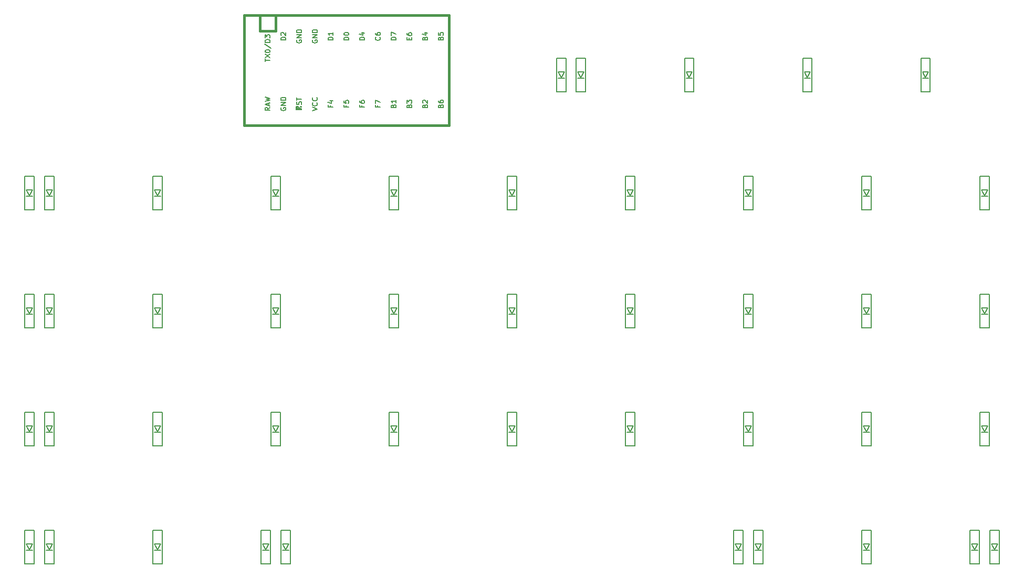
<source format=gto>
G04 #@! TF.GenerationSoftware,KiCad,Pcbnew,(5.1.4)-1*
G04 #@! TF.CreationDate,2021-09-01T12:45:02-10:00*
G04 #@! TF.ProjectId,oya45,6f796134-352e-46b6-9963-61645f706362,rev?*
G04 #@! TF.SameCoordinates,Original*
G04 #@! TF.FileFunction,Legend,Top*
G04 #@! TF.FilePolarity,Positive*
%FSLAX46Y46*%
G04 Gerber Fmt 4.6, Leading zero omitted, Abs format (unit mm)*
G04 Created by KiCad (PCBNEW (5.1.4)-1) date 2021-09-01 12:45:02*
%MOMM*%
%LPD*%
G04 APERTURE LIST*
%ADD10C,0.150000*%
%ADD11C,0.381000*%
%ADD12C,1.852000*%
%ADD13C,2.352000*%
%ADD14C,4.089800*%
%ADD15R,1.102000X1.502000*%
%ADD16R,1.854600X1.854600*%
%ADD17C,1.854600*%
%ADD18C,3.150000*%
G04 APERTURE END LIST*
D10*
X210300000Y-41593750D02*
X210300000Y-36193750D01*
X208800000Y-36193750D02*
X208800000Y-41593750D01*
X208800000Y-41593750D02*
X210300000Y-41593750D01*
X208800000Y-36193750D02*
X210300000Y-36193750D01*
X209050000Y-38393750D02*
X210050000Y-38393750D01*
X210050000Y-38393750D02*
X209550000Y-39293750D01*
X209550000Y-39293750D02*
X209050000Y-38393750D01*
X209050000Y-39393750D02*
X210050000Y-39393750D01*
X191250000Y-41593750D02*
X191250000Y-36193750D01*
X189750000Y-36193750D02*
X189750000Y-41593750D01*
X189750000Y-41593750D02*
X191250000Y-41593750D01*
X189750000Y-36193750D02*
X191250000Y-36193750D01*
X190000000Y-38393750D02*
X191000000Y-38393750D01*
X191000000Y-38393750D02*
X190500000Y-39293750D01*
X190500000Y-39293750D02*
X190000000Y-38393750D01*
X190000000Y-39393750D02*
X191000000Y-39393750D01*
X172200000Y-41593750D02*
X172200000Y-36193750D01*
X170700000Y-36193750D02*
X170700000Y-41593750D01*
X170700000Y-41593750D02*
X172200000Y-41593750D01*
X170700000Y-36193750D02*
X172200000Y-36193750D01*
X170950000Y-38393750D02*
X171950000Y-38393750D01*
X171950000Y-38393750D02*
X171450000Y-39293750D01*
X171450000Y-39293750D02*
X170950000Y-38393750D01*
X170950000Y-39393750D02*
X171950000Y-39393750D01*
X154737500Y-41593750D02*
X154737500Y-36193750D01*
X153237500Y-36193750D02*
X153237500Y-41593750D01*
X153237500Y-41593750D02*
X154737500Y-41593750D01*
X153237500Y-36193750D02*
X154737500Y-36193750D01*
X153487500Y-38393750D02*
X154487500Y-38393750D01*
X154487500Y-38393750D02*
X153987500Y-39293750D01*
X153987500Y-39293750D02*
X153487500Y-38393750D01*
X153487500Y-39393750D02*
X154487500Y-39393750D01*
X151562500Y-41593750D02*
X151562500Y-36193750D01*
X150062500Y-36193750D02*
X150062500Y-41593750D01*
X150062500Y-41593750D02*
X151562500Y-41593750D01*
X150062500Y-36193750D02*
X151562500Y-36193750D01*
X150312500Y-38393750D02*
X151312500Y-38393750D01*
X151312500Y-38393750D02*
X150812500Y-39293750D01*
X150812500Y-39293750D02*
X150312500Y-38393750D01*
X150312500Y-39393750D02*
X151312500Y-39393750D01*
X221412500Y-117793750D02*
X221412500Y-112393750D01*
X219912500Y-112393750D02*
X219912500Y-117793750D01*
X219912500Y-117793750D02*
X221412500Y-117793750D01*
X219912500Y-112393750D02*
X221412500Y-112393750D01*
X220162500Y-114593750D02*
X221162500Y-114593750D01*
X221162500Y-114593750D02*
X220662500Y-115493750D01*
X220662500Y-115493750D02*
X220162500Y-114593750D01*
X220162500Y-115593750D02*
X221162500Y-115593750D01*
X216987500Y-115593750D02*
X217987500Y-115593750D01*
X217487500Y-115493750D02*
X216987500Y-114593750D01*
X217987500Y-114593750D02*
X217487500Y-115493750D01*
X216987500Y-114593750D02*
X217987500Y-114593750D01*
X216737500Y-112393750D02*
X218237500Y-112393750D01*
X216737500Y-117793750D02*
X218237500Y-117793750D01*
X216737500Y-112393750D02*
X216737500Y-117793750D01*
X218237500Y-117793750D02*
X218237500Y-112393750D01*
X200775000Y-117793750D02*
X200775000Y-112393750D01*
X199275000Y-112393750D02*
X199275000Y-117793750D01*
X199275000Y-117793750D02*
X200775000Y-117793750D01*
X199275000Y-112393750D02*
X200775000Y-112393750D01*
X199525000Y-114593750D02*
X200525000Y-114593750D01*
X200525000Y-114593750D02*
X200025000Y-115493750D01*
X200025000Y-115493750D02*
X199525000Y-114593750D01*
X199525000Y-115593750D02*
X200525000Y-115593750D01*
X183312500Y-117793750D02*
X183312500Y-112393750D01*
X181812500Y-112393750D02*
X181812500Y-117793750D01*
X181812500Y-117793750D02*
X183312500Y-117793750D01*
X181812500Y-112393750D02*
X183312500Y-112393750D01*
X182062500Y-114593750D02*
X183062500Y-114593750D01*
X183062500Y-114593750D02*
X182562500Y-115493750D01*
X182562500Y-115493750D02*
X182062500Y-114593750D01*
X182062500Y-115593750D02*
X183062500Y-115593750D01*
X180137500Y-117793750D02*
X180137500Y-112393750D01*
X178637500Y-112393750D02*
X178637500Y-117793750D01*
X178637500Y-117793750D02*
X180137500Y-117793750D01*
X178637500Y-112393750D02*
X180137500Y-112393750D01*
X178887500Y-114593750D02*
X179887500Y-114593750D01*
X179887500Y-114593750D02*
X179387500Y-115493750D01*
X179387500Y-115493750D02*
X178887500Y-114593750D01*
X178887500Y-115593750D02*
X179887500Y-115593750D01*
X107112500Y-117793750D02*
X107112500Y-112393750D01*
X105612500Y-112393750D02*
X105612500Y-117793750D01*
X105612500Y-117793750D02*
X107112500Y-117793750D01*
X105612500Y-112393750D02*
X107112500Y-112393750D01*
X105862500Y-114593750D02*
X106862500Y-114593750D01*
X106862500Y-114593750D02*
X106362500Y-115493750D01*
X106362500Y-115493750D02*
X105862500Y-114593750D01*
X105862500Y-115593750D02*
X106862500Y-115593750D01*
X103937500Y-117793750D02*
X103937500Y-112393750D01*
X102437500Y-112393750D02*
X102437500Y-117793750D01*
X102437500Y-117793750D02*
X103937500Y-117793750D01*
X102437500Y-112393750D02*
X103937500Y-112393750D01*
X102687500Y-114593750D02*
X103687500Y-114593750D01*
X103687500Y-114593750D02*
X103187500Y-115493750D01*
X103187500Y-115493750D02*
X102687500Y-114593750D01*
X102687500Y-115593750D02*
X103687500Y-115593750D01*
X86475000Y-117793750D02*
X86475000Y-112393750D01*
X84975000Y-112393750D02*
X84975000Y-117793750D01*
X84975000Y-117793750D02*
X86475000Y-117793750D01*
X84975000Y-112393750D02*
X86475000Y-112393750D01*
X85225000Y-114593750D02*
X86225000Y-114593750D01*
X86225000Y-114593750D02*
X85725000Y-115493750D01*
X85725000Y-115493750D02*
X85225000Y-114593750D01*
X85225000Y-115593750D02*
X86225000Y-115593750D01*
X69012500Y-117793750D02*
X69012500Y-112393750D01*
X67512500Y-112393750D02*
X67512500Y-117793750D01*
X67512500Y-117793750D02*
X69012500Y-117793750D01*
X67512500Y-112393750D02*
X69012500Y-112393750D01*
X67762500Y-114593750D02*
X68762500Y-114593750D01*
X68762500Y-114593750D02*
X68262500Y-115493750D01*
X68262500Y-115493750D02*
X67762500Y-114593750D01*
X67762500Y-115593750D02*
X68762500Y-115593750D01*
X65837500Y-117793750D02*
X65837500Y-112393750D01*
X64337500Y-112393750D02*
X64337500Y-117793750D01*
X64337500Y-117793750D02*
X65837500Y-117793750D01*
X64337500Y-112393750D02*
X65837500Y-112393750D01*
X64587500Y-114593750D02*
X65587500Y-114593750D01*
X65587500Y-114593750D02*
X65087500Y-115493750D01*
X65087500Y-115493750D02*
X64587500Y-114593750D01*
X64587500Y-115593750D02*
X65587500Y-115593750D01*
X219825000Y-98743750D02*
X219825000Y-93343750D01*
X218325000Y-93343750D02*
X218325000Y-98743750D01*
X218325000Y-98743750D02*
X219825000Y-98743750D01*
X218325000Y-93343750D02*
X219825000Y-93343750D01*
X218575000Y-95543750D02*
X219575000Y-95543750D01*
X219575000Y-95543750D02*
X219075000Y-96443750D01*
X219075000Y-96443750D02*
X218575000Y-95543750D01*
X218575000Y-96543750D02*
X219575000Y-96543750D01*
X200775000Y-98743750D02*
X200775000Y-93343750D01*
X199275000Y-93343750D02*
X199275000Y-98743750D01*
X199275000Y-98743750D02*
X200775000Y-98743750D01*
X199275000Y-93343750D02*
X200775000Y-93343750D01*
X199525000Y-95543750D02*
X200525000Y-95543750D01*
X200525000Y-95543750D02*
X200025000Y-96443750D01*
X200025000Y-96443750D02*
X199525000Y-95543750D01*
X199525000Y-96543750D02*
X200525000Y-96543750D01*
X181725000Y-98743750D02*
X181725000Y-93343750D01*
X180225000Y-93343750D02*
X180225000Y-98743750D01*
X180225000Y-98743750D02*
X181725000Y-98743750D01*
X180225000Y-93343750D02*
X181725000Y-93343750D01*
X180475000Y-95543750D02*
X181475000Y-95543750D01*
X181475000Y-95543750D02*
X180975000Y-96443750D01*
X180975000Y-96443750D02*
X180475000Y-95543750D01*
X180475000Y-96543750D02*
X181475000Y-96543750D01*
X162675000Y-98743750D02*
X162675000Y-93343750D01*
X161175000Y-93343750D02*
X161175000Y-98743750D01*
X161175000Y-98743750D02*
X162675000Y-98743750D01*
X161175000Y-93343750D02*
X162675000Y-93343750D01*
X161425000Y-95543750D02*
X162425000Y-95543750D01*
X162425000Y-95543750D02*
X161925000Y-96443750D01*
X161925000Y-96443750D02*
X161425000Y-95543750D01*
X161425000Y-96543750D02*
X162425000Y-96543750D01*
X143625000Y-98743750D02*
X143625000Y-93343750D01*
X142125000Y-93343750D02*
X142125000Y-98743750D01*
X142125000Y-98743750D02*
X143625000Y-98743750D01*
X142125000Y-93343750D02*
X143625000Y-93343750D01*
X142375000Y-95543750D02*
X143375000Y-95543750D01*
X143375000Y-95543750D02*
X142875000Y-96443750D01*
X142875000Y-96443750D02*
X142375000Y-95543750D01*
X142375000Y-96543750D02*
X143375000Y-96543750D01*
X124575000Y-98743750D02*
X124575000Y-93343750D01*
X123075000Y-93343750D02*
X123075000Y-98743750D01*
X123075000Y-98743750D02*
X124575000Y-98743750D01*
X123075000Y-93343750D02*
X124575000Y-93343750D01*
X123325000Y-95543750D02*
X124325000Y-95543750D01*
X124325000Y-95543750D02*
X123825000Y-96443750D01*
X123825000Y-96443750D02*
X123325000Y-95543750D01*
X123325000Y-96543750D02*
X124325000Y-96543750D01*
X105525000Y-98743750D02*
X105525000Y-93343750D01*
X104025000Y-93343750D02*
X104025000Y-98743750D01*
X104025000Y-98743750D02*
X105525000Y-98743750D01*
X104025000Y-93343750D02*
X105525000Y-93343750D01*
X104275000Y-95543750D02*
X105275000Y-95543750D01*
X105275000Y-95543750D02*
X104775000Y-96443750D01*
X104775000Y-96443750D02*
X104275000Y-95543750D01*
X104275000Y-96543750D02*
X105275000Y-96543750D01*
X86475000Y-98743750D02*
X86475000Y-93343750D01*
X84975000Y-93343750D02*
X84975000Y-98743750D01*
X84975000Y-98743750D02*
X86475000Y-98743750D01*
X84975000Y-93343750D02*
X86475000Y-93343750D01*
X85225000Y-95543750D02*
X86225000Y-95543750D01*
X86225000Y-95543750D02*
X85725000Y-96443750D01*
X85725000Y-96443750D02*
X85225000Y-95543750D01*
X85225000Y-96543750D02*
X86225000Y-96543750D01*
X69012500Y-98743750D02*
X69012500Y-93343750D01*
X67512500Y-93343750D02*
X67512500Y-98743750D01*
X67512500Y-98743750D02*
X69012500Y-98743750D01*
X67512500Y-93343750D02*
X69012500Y-93343750D01*
X67762500Y-95543750D02*
X68762500Y-95543750D01*
X68762500Y-95543750D02*
X68262500Y-96443750D01*
X68262500Y-96443750D02*
X67762500Y-95543750D01*
X67762500Y-96543750D02*
X68762500Y-96543750D01*
X65837500Y-98743750D02*
X65837500Y-93343750D01*
X64337500Y-93343750D02*
X64337500Y-98743750D01*
X64337500Y-98743750D02*
X65837500Y-98743750D01*
X64337500Y-93343750D02*
X65837500Y-93343750D01*
X64587500Y-95543750D02*
X65587500Y-95543750D01*
X65587500Y-95543750D02*
X65087500Y-96443750D01*
X65087500Y-96443750D02*
X64587500Y-95543750D01*
X64587500Y-96543750D02*
X65587500Y-96543750D01*
X219825000Y-79693750D02*
X219825000Y-74293750D01*
X218325000Y-74293750D02*
X218325000Y-79693750D01*
X218325000Y-79693750D02*
X219825000Y-79693750D01*
X218325000Y-74293750D02*
X219825000Y-74293750D01*
X218575000Y-76493750D02*
X219575000Y-76493750D01*
X219575000Y-76493750D02*
X219075000Y-77393750D01*
X219075000Y-77393750D02*
X218575000Y-76493750D01*
X218575000Y-77493750D02*
X219575000Y-77493750D01*
X200775000Y-79693750D02*
X200775000Y-74293750D01*
X199275000Y-74293750D02*
X199275000Y-79693750D01*
X199275000Y-79693750D02*
X200775000Y-79693750D01*
X199275000Y-74293750D02*
X200775000Y-74293750D01*
X199525000Y-76493750D02*
X200525000Y-76493750D01*
X200525000Y-76493750D02*
X200025000Y-77393750D01*
X200025000Y-77393750D02*
X199525000Y-76493750D01*
X199525000Y-77493750D02*
X200525000Y-77493750D01*
X181725000Y-79693750D02*
X181725000Y-74293750D01*
X180225000Y-74293750D02*
X180225000Y-79693750D01*
X180225000Y-79693750D02*
X181725000Y-79693750D01*
X180225000Y-74293750D02*
X181725000Y-74293750D01*
X180475000Y-76493750D02*
X181475000Y-76493750D01*
X181475000Y-76493750D02*
X180975000Y-77393750D01*
X180975000Y-77393750D02*
X180475000Y-76493750D01*
X180475000Y-77493750D02*
X181475000Y-77493750D01*
X162675000Y-79693750D02*
X162675000Y-74293750D01*
X161175000Y-74293750D02*
X161175000Y-79693750D01*
X161175000Y-79693750D02*
X162675000Y-79693750D01*
X161175000Y-74293750D02*
X162675000Y-74293750D01*
X161425000Y-76493750D02*
X162425000Y-76493750D01*
X162425000Y-76493750D02*
X161925000Y-77393750D01*
X161925000Y-77393750D02*
X161425000Y-76493750D01*
X161425000Y-77493750D02*
X162425000Y-77493750D01*
X143625000Y-79693750D02*
X143625000Y-74293750D01*
X142125000Y-74293750D02*
X142125000Y-79693750D01*
X142125000Y-79693750D02*
X143625000Y-79693750D01*
X142125000Y-74293750D02*
X143625000Y-74293750D01*
X142375000Y-76493750D02*
X143375000Y-76493750D01*
X143375000Y-76493750D02*
X142875000Y-77393750D01*
X142875000Y-77393750D02*
X142375000Y-76493750D01*
X142375000Y-77493750D02*
X143375000Y-77493750D01*
X124575000Y-79693750D02*
X124575000Y-74293750D01*
X123075000Y-74293750D02*
X123075000Y-79693750D01*
X123075000Y-79693750D02*
X124575000Y-79693750D01*
X123075000Y-74293750D02*
X124575000Y-74293750D01*
X123325000Y-76493750D02*
X124325000Y-76493750D01*
X124325000Y-76493750D02*
X123825000Y-77393750D01*
X123825000Y-77393750D02*
X123325000Y-76493750D01*
X123325000Y-77493750D02*
X124325000Y-77493750D01*
X105525000Y-79693750D02*
X105525000Y-74293750D01*
X104025000Y-74293750D02*
X104025000Y-79693750D01*
X104025000Y-79693750D02*
X105525000Y-79693750D01*
X104025000Y-74293750D02*
X105525000Y-74293750D01*
X104275000Y-76493750D02*
X105275000Y-76493750D01*
X105275000Y-76493750D02*
X104775000Y-77393750D01*
X104775000Y-77393750D02*
X104275000Y-76493750D01*
X104275000Y-77493750D02*
X105275000Y-77493750D01*
X86475000Y-79693750D02*
X86475000Y-74293750D01*
X84975000Y-74293750D02*
X84975000Y-79693750D01*
X84975000Y-79693750D02*
X86475000Y-79693750D01*
X84975000Y-74293750D02*
X86475000Y-74293750D01*
X85225000Y-76493750D02*
X86225000Y-76493750D01*
X86225000Y-76493750D02*
X85725000Y-77393750D01*
X85725000Y-77393750D02*
X85225000Y-76493750D01*
X85225000Y-77493750D02*
X86225000Y-77493750D01*
X69012500Y-79693750D02*
X69012500Y-74293750D01*
X67512500Y-74293750D02*
X67512500Y-79693750D01*
X67512500Y-79693750D02*
X69012500Y-79693750D01*
X67512500Y-74293750D02*
X69012500Y-74293750D01*
X67762500Y-76493750D02*
X68762500Y-76493750D01*
X68762500Y-76493750D02*
X68262500Y-77393750D01*
X68262500Y-77393750D02*
X67762500Y-76493750D01*
X67762500Y-77493750D02*
X68762500Y-77493750D01*
X65837500Y-79693750D02*
X65837500Y-74293750D01*
X64337500Y-74293750D02*
X64337500Y-79693750D01*
X64337500Y-79693750D02*
X65837500Y-79693750D01*
X64337500Y-74293750D02*
X65837500Y-74293750D01*
X64587500Y-76493750D02*
X65587500Y-76493750D01*
X65587500Y-76493750D02*
X65087500Y-77393750D01*
X65087500Y-77393750D02*
X64587500Y-76493750D01*
X64587500Y-77493750D02*
X65587500Y-77493750D01*
X219825000Y-60643750D02*
X219825000Y-55243750D01*
X218325000Y-55243750D02*
X218325000Y-60643750D01*
X218325000Y-60643750D02*
X219825000Y-60643750D01*
X218325000Y-55243750D02*
X219825000Y-55243750D01*
X218575000Y-57443750D02*
X219575000Y-57443750D01*
X219575000Y-57443750D02*
X219075000Y-58343750D01*
X219075000Y-58343750D02*
X218575000Y-57443750D01*
X218575000Y-58443750D02*
X219575000Y-58443750D01*
X200775000Y-60643750D02*
X200775000Y-55243750D01*
X199275000Y-55243750D02*
X199275000Y-60643750D01*
X199275000Y-60643750D02*
X200775000Y-60643750D01*
X199275000Y-55243750D02*
X200775000Y-55243750D01*
X199525000Y-57443750D02*
X200525000Y-57443750D01*
X200525000Y-57443750D02*
X200025000Y-58343750D01*
X200025000Y-58343750D02*
X199525000Y-57443750D01*
X199525000Y-58443750D02*
X200525000Y-58443750D01*
X181725000Y-60643750D02*
X181725000Y-55243750D01*
X180225000Y-55243750D02*
X180225000Y-60643750D01*
X180225000Y-60643750D02*
X181725000Y-60643750D01*
X180225000Y-55243750D02*
X181725000Y-55243750D01*
X180475000Y-57443750D02*
X181475000Y-57443750D01*
X181475000Y-57443750D02*
X180975000Y-58343750D01*
X180975000Y-58343750D02*
X180475000Y-57443750D01*
X180475000Y-58443750D02*
X181475000Y-58443750D01*
X162675000Y-60643750D02*
X162675000Y-55243750D01*
X161175000Y-55243750D02*
X161175000Y-60643750D01*
X161175000Y-60643750D02*
X162675000Y-60643750D01*
X161175000Y-55243750D02*
X162675000Y-55243750D01*
X161425000Y-57443750D02*
X162425000Y-57443750D01*
X162425000Y-57443750D02*
X161925000Y-58343750D01*
X161925000Y-58343750D02*
X161425000Y-57443750D01*
X161425000Y-58443750D02*
X162425000Y-58443750D01*
X143625000Y-60643750D02*
X143625000Y-55243750D01*
X142125000Y-55243750D02*
X142125000Y-60643750D01*
X142125000Y-60643750D02*
X143625000Y-60643750D01*
X142125000Y-55243750D02*
X143625000Y-55243750D01*
X142375000Y-57443750D02*
X143375000Y-57443750D01*
X143375000Y-57443750D02*
X142875000Y-58343750D01*
X142875000Y-58343750D02*
X142375000Y-57443750D01*
X142375000Y-58443750D02*
X143375000Y-58443750D01*
X124575000Y-60643750D02*
X124575000Y-55243750D01*
X123075000Y-55243750D02*
X123075000Y-60643750D01*
X123075000Y-60643750D02*
X124575000Y-60643750D01*
X123075000Y-55243750D02*
X124575000Y-55243750D01*
X123325000Y-57443750D02*
X124325000Y-57443750D01*
X124325000Y-57443750D02*
X123825000Y-58343750D01*
X123825000Y-58343750D02*
X123325000Y-57443750D01*
X123325000Y-58443750D02*
X124325000Y-58443750D01*
X104275000Y-58443750D02*
X105275000Y-58443750D01*
X104775000Y-58343750D02*
X104275000Y-57443750D01*
X105275000Y-57443750D02*
X104775000Y-58343750D01*
X104275000Y-57443750D02*
X105275000Y-57443750D01*
X104025000Y-55243750D02*
X105525000Y-55243750D01*
X104025000Y-60643750D02*
X105525000Y-60643750D01*
X104025000Y-55243750D02*
X104025000Y-60643750D01*
X105525000Y-60643750D02*
X105525000Y-55243750D01*
X86475000Y-60643750D02*
X86475000Y-55243750D01*
X84975000Y-55243750D02*
X84975000Y-60643750D01*
X84975000Y-60643750D02*
X86475000Y-60643750D01*
X84975000Y-55243750D02*
X86475000Y-55243750D01*
X85225000Y-57443750D02*
X86225000Y-57443750D01*
X86225000Y-57443750D02*
X85725000Y-58343750D01*
X85725000Y-58343750D02*
X85225000Y-57443750D01*
X85225000Y-58443750D02*
X86225000Y-58443750D01*
X69012500Y-60643750D02*
X69012500Y-55243750D01*
X67512500Y-55243750D02*
X67512500Y-60643750D01*
X67512500Y-60643750D02*
X69012500Y-60643750D01*
X67512500Y-55243750D02*
X69012500Y-55243750D01*
X67762500Y-57443750D02*
X68762500Y-57443750D01*
X68762500Y-57443750D02*
X68262500Y-58343750D01*
X68262500Y-58343750D02*
X67762500Y-57443750D01*
X67762500Y-58443750D02*
X68762500Y-58443750D01*
X64587500Y-58443750D02*
X65587500Y-58443750D01*
X65087500Y-58343750D02*
X64587500Y-57443750D01*
X65587500Y-57443750D02*
X65087500Y-58343750D01*
X64587500Y-57443750D02*
X65587500Y-57443750D01*
X64337500Y-55243750D02*
X65837500Y-55243750D01*
X64337500Y-60643750D02*
X65837500Y-60643750D01*
X64337500Y-55243750D02*
X64337500Y-60643750D01*
X65837500Y-60643750D02*
X65837500Y-55243750D01*
D11*
X104775000Y-31750000D02*
X104775000Y-29210000D01*
X102235000Y-31750000D02*
X104775000Y-31750000D01*
D10*
G36*
X108524030Y-44144635D02*
G01*
X108624030Y-44144635D01*
X108624030Y-44244635D01*
X108524030Y-44244635D01*
X108524030Y-44144635D01*
G37*
X108524030Y-44144635D02*
X108624030Y-44144635D01*
X108624030Y-44244635D01*
X108524030Y-44244635D01*
X108524030Y-44144635D01*
G36*
X108124030Y-44344635D02*
G01*
X108924030Y-44344635D01*
X108924030Y-44444635D01*
X108124030Y-44444635D01*
X108124030Y-44344635D01*
G37*
X108124030Y-44344635D02*
X108924030Y-44344635D01*
X108924030Y-44444635D01*
X108124030Y-44444635D01*
X108124030Y-44344635D01*
G36*
X108724030Y-43944635D02*
G01*
X108924030Y-43944635D01*
X108924030Y-44044635D01*
X108724030Y-44044635D01*
X108724030Y-43944635D01*
G37*
X108724030Y-43944635D02*
X108924030Y-43944635D01*
X108924030Y-44044635D01*
X108724030Y-44044635D01*
X108724030Y-43944635D01*
G36*
X108124030Y-43944635D02*
G01*
X108424030Y-43944635D01*
X108424030Y-44044635D01*
X108124030Y-44044635D01*
X108124030Y-43944635D01*
G37*
X108124030Y-43944635D02*
X108424030Y-43944635D01*
X108424030Y-44044635D01*
X108124030Y-44044635D01*
X108124030Y-43944635D01*
G36*
X108124030Y-43944635D02*
G01*
X108224030Y-43944635D01*
X108224030Y-44444635D01*
X108124030Y-44444635D01*
X108124030Y-43944635D01*
G37*
X108124030Y-43944635D02*
X108224030Y-43944635D01*
X108224030Y-44444635D01*
X108124030Y-44444635D01*
X108124030Y-43944635D01*
D11*
X132715000Y-46990000D02*
X99695000Y-46990000D01*
X132715000Y-29210000D02*
X132715000Y-46990000D01*
X99695000Y-29210000D02*
X132715000Y-29210000D01*
X99695000Y-46990000D02*
X99695000Y-29210000D01*
X102235000Y-31750000D02*
X102235000Y-29210000D01*
D10*
X106406904Y-33229476D02*
X105606904Y-33229476D01*
X105606904Y-33039000D01*
X105645000Y-32924714D01*
X105721190Y-32848523D01*
X105797380Y-32810428D01*
X105949761Y-32772333D01*
X106064047Y-32772333D01*
X106216428Y-32810428D01*
X106292619Y-32848523D01*
X106368809Y-32924714D01*
X106406904Y-33039000D01*
X106406904Y-33229476D01*
X105683095Y-32467571D02*
X105645000Y-32429476D01*
X105606904Y-32353285D01*
X105606904Y-32162809D01*
X105645000Y-32086619D01*
X105683095Y-32048523D01*
X105759285Y-32010428D01*
X105835476Y-32010428D01*
X105949761Y-32048523D01*
X106406904Y-32505666D01*
X106406904Y-32010428D01*
X116566904Y-33229476D02*
X115766904Y-33229476D01*
X115766904Y-33039000D01*
X115805000Y-32924714D01*
X115881190Y-32848523D01*
X115957380Y-32810428D01*
X116109761Y-32772333D01*
X116224047Y-32772333D01*
X116376428Y-32810428D01*
X116452619Y-32848523D01*
X116528809Y-32924714D01*
X116566904Y-33039000D01*
X116566904Y-33229476D01*
X115766904Y-32277095D02*
X115766904Y-32200904D01*
X115805000Y-32124714D01*
X115843095Y-32086619D01*
X115919285Y-32048523D01*
X116071666Y-32010428D01*
X116262142Y-32010428D01*
X116414523Y-32048523D01*
X116490714Y-32086619D01*
X116528809Y-32124714D01*
X116566904Y-32200904D01*
X116566904Y-32277095D01*
X116528809Y-32353285D01*
X116490714Y-32391380D01*
X116414523Y-32429476D01*
X116262142Y-32467571D01*
X116071666Y-32467571D01*
X115919285Y-32429476D01*
X115843095Y-32391380D01*
X115805000Y-32353285D01*
X115766904Y-32277095D01*
X114026904Y-33229476D02*
X113226904Y-33229476D01*
X113226904Y-33039000D01*
X113265000Y-32924714D01*
X113341190Y-32848523D01*
X113417380Y-32810428D01*
X113569761Y-32772333D01*
X113684047Y-32772333D01*
X113836428Y-32810428D01*
X113912619Y-32848523D01*
X113988809Y-32924714D01*
X114026904Y-33039000D01*
X114026904Y-33229476D01*
X114026904Y-32010428D02*
X114026904Y-32467571D01*
X114026904Y-32239000D02*
X113226904Y-32239000D01*
X113341190Y-32315190D01*
X113417380Y-32391380D01*
X113455476Y-32467571D01*
X110725000Y-33248523D02*
X110686904Y-33324714D01*
X110686904Y-33439000D01*
X110725000Y-33553285D01*
X110801190Y-33629476D01*
X110877380Y-33667571D01*
X111029761Y-33705666D01*
X111144047Y-33705666D01*
X111296428Y-33667571D01*
X111372619Y-33629476D01*
X111448809Y-33553285D01*
X111486904Y-33439000D01*
X111486904Y-33362809D01*
X111448809Y-33248523D01*
X111410714Y-33210428D01*
X111144047Y-33210428D01*
X111144047Y-33362809D01*
X111486904Y-32867571D02*
X110686904Y-32867571D01*
X111486904Y-32410428D01*
X110686904Y-32410428D01*
X111486904Y-32029476D02*
X110686904Y-32029476D01*
X110686904Y-31839000D01*
X110725000Y-31724714D01*
X110801190Y-31648523D01*
X110877380Y-31610428D01*
X111029761Y-31572333D01*
X111144047Y-31572333D01*
X111296428Y-31610428D01*
X111372619Y-31648523D01*
X111448809Y-31724714D01*
X111486904Y-31839000D01*
X111486904Y-32029476D01*
X108185000Y-33248523D02*
X108146904Y-33324714D01*
X108146904Y-33439000D01*
X108185000Y-33553285D01*
X108261190Y-33629476D01*
X108337380Y-33667571D01*
X108489761Y-33705666D01*
X108604047Y-33705666D01*
X108756428Y-33667571D01*
X108832619Y-33629476D01*
X108908809Y-33553285D01*
X108946904Y-33439000D01*
X108946904Y-33362809D01*
X108908809Y-33248523D01*
X108870714Y-33210428D01*
X108604047Y-33210428D01*
X108604047Y-33362809D01*
X108946904Y-32867571D02*
X108146904Y-32867571D01*
X108946904Y-32410428D01*
X108146904Y-32410428D01*
X108946904Y-32029476D02*
X108146904Y-32029476D01*
X108146904Y-31839000D01*
X108185000Y-31724714D01*
X108261190Y-31648523D01*
X108337380Y-31610428D01*
X108489761Y-31572333D01*
X108604047Y-31572333D01*
X108756428Y-31610428D01*
X108832619Y-31648523D01*
X108908809Y-31724714D01*
X108946904Y-31839000D01*
X108946904Y-32029476D01*
X119106904Y-33229476D02*
X118306904Y-33229476D01*
X118306904Y-33039000D01*
X118345000Y-32924714D01*
X118421190Y-32848523D01*
X118497380Y-32810428D01*
X118649761Y-32772333D01*
X118764047Y-32772333D01*
X118916428Y-32810428D01*
X118992619Y-32848523D01*
X119068809Y-32924714D01*
X119106904Y-33039000D01*
X119106904Y-33229476D01*
X118573571Y-32086619D02*
X119106904Y-32086619D01*
X118268809Y-32277095D02*
X118840238Y-32467571D01*
X118840238Y-31972333D01*
X121570714Y-32772333D02*
X121608809Y-32810428D01*
X121646904Y-32924714D01*
X121646904Y-33000904D01*
X121608809Y-33115190D01*
X121532619Y-33191380D01*
X121456428Y-33229476D01*
X121304047Y-33267571D01*
X121189761Y-33267571D01*
X121037380Y-33229476D01*
X120961190Y-33191380D01*
X120885000Y-33115190D01*
X120846904Y-33000904D01*
X120846904Y-32924714D01*
X120885000Y-32810428D01*
X120923095Y-32772333D01*
X120846904Y-32086619D02*
X120846904Y-32239000D01*
X120885000Y-32315190D01*
X120923095Y-32353285D01*
X121037380Y-32429476D01*
X121189761Y-32467571D01*
X121494523Y-32467571D01*
X121570714Y-32429476D01*
X121608809Y-32391380D01*
X121646904Y-32315190D01*
X121646904Y-32162809D01*
X121608809Y-32086619D01*
X121570714Y-32048523D01*
X121494523Y-32010428D01*
X121304047Y-32010428D01*
X121227857Y-32048523D01*
X121189761Y-32086619D01*
X121151666Y-32162809D01*
X121151666Y-32315190D01*
X121189761Y-32391380D01*
X121227857Y-32429476D01*
X121304047Y-32467571D01*
X124186904Y-33229476D02*
X123386904Y-33229476D01*
X123386904Y-33039000D01*
X123425000Y-32924714D01*
X123501190Y-32848523D01*
X123577380Y-32810428D01*
X123729761Y-32772333D01*
X123844047Y-32772333D01*
X123996428Y-32810428D01*
X124072619Y-32848523D01*
X124148809Y-32924714D01*
X124186904Y-33039000D01*
X124186904Y-33229476D01*
X123386904Y-32505666D02*
X123386904Y-31972333D01*
X124186904Y-32315190D01*
X126307857Y-33191380D02*
X126307857Y-32924714D01*
X126726904Y-32810428D02*
X126726904Y-33191380D01*
X125926904Y-33191380D01*
X125926904Y-32810428D01*
X125926904Y-32124714D02*
X125926904Y-32277095D01*
X125965000Y-32353285D01*
X126003095Y-32391380D01*
X126117380Y-32467571D01*
X126269761Y-32505666D01*
X126574523Y-32505666D01*
X126650714Y-32467571D01*
X126688809Y-32429476D01*
X126726904Y-32353285D01*
X126726904Y-32200904D01*
X126688809Y-32124714D01*
X126650714Y-32086619D01*
X126574523Y-32048523D01*
X126384047Y-32048523D01*
X126307857Y-32086619D01*
X126269761Y-32124714D01*
X126231666Y-32200904D01*
X126231666Y-32353285D01*
X126269761Y-32429476D01*
X126307857Y-32467571D01*
X126384047Y-32505666D01*
X128847857Y-32962809D02*
X128885952Y-32848523D01*
X128924047Y-32810428D01*
X129000238Y-32772333D01*
X129114523Y-32772333D01*
X129190714Y-32810428D01*
X129228809Y-32848523D01*
X129266904Y-32924714D01*
X129266904Y-33229476D01*
X128466904Y-33229476D01*
X128466904Y-32962809D01*
X128505000Y-32886619D01*
X128543095Y-32848523D01*
X128619285Y-32810428D01*
X128695476Y-32810428D01*
X128771666Y-32848523D01*
X128809761Y-32886619D01*
X128847857Y-32962809D01*
X128847857Y-33229476D01*
X128733571Y-32086619D02*
X129266904Y-32086619D01*
X128428809Y-32277095D02*
X129000238Y-32467571D01*
X129000238Y-31972333D01*
X131387857Y-32962809D02*
X131425952Y-32848523D01*
X131464047Y-32810428D01*
X131540238Y-32772333D01*
X131654523Y-32772333D01*
X131730714Y-32810428D01*
X131768809Y-32848523D01*
X131806904Y-32924714D01*
X131806904Y-33229476D01*
X131006904Y-33229476D01*
X131006904Y-32962809D01*
X131045000Y-32886619D01*
X131083095Y-32848523D01*
X131159285Y-32810428D01*
X131235476Y-32810428D01*
X131311666Y-32848523D01*
X131349761Y-32886619D01*
X131387857Y-32962809D01*
X131387857Y-33229476D01*
X131006904Y-32048523D02*
X131006904Y-32429476D01*
X131387857Y-32467571D01*
X131349761Y-32429476D01*
X131311666Y-32353285D01*
X131311666Y-32162809D01*
X131349761Y-32086619D01*
X131387857Y-32048523D01*
X131464047Y-32010428D01*
X131654523Y-32010428D01*
X131730714Y-32048523D01*
X131768809Y-32086619D01*
X131806904Y-32162809D01*
X131806904Y-32353285D01*
X131768809Y-32429476D01*
X131730714Y-32467571D01*
X131387857Y-43884809D02*
X131425952Y-43770523D01*
X131464047Y-43732428D01*
X131540238Y-43694333D01*
X131654523Y-43694333D01*
X131730714Y-43732428D01*
X131768809Y-43770523D01*
X131806904Y-43846714D01*
X131806904Y-44151476D01*
X131006904Y-44151476D01*
X131006904Y-43884809D01*
X131045000Y-43808619D01*
X131083095Y-43770523D01*
X131159285Y-43732428D01*
X131235476Y-43732428D01*
X131311666Y-43770523D01*
X131349761Y-43808619D01*
X131387857Y-43884809D01*
X131387857Y-44151476D01*
X131006904Y-43008619D02*
X131006904Y-43161000D01*
X131045000Y-43237190D01*
X131083095Y-43275285D01*
X131197380Y-43351476D01*
X131349761Y-43389571D01*
X131654523Y-43389571D01*
X131730714Y-43351476D01*
X131768809Y-43313380D01*
X131806904Y-43237190D01*
X131806904Y-43084809D01*
X131768809Y-43008619D01*
X131730714Y-42970523D01*
X131654523Y-42932428D01*
X131464047Y-42932428D01*
X131387857Y-42970523D01*
X131349761Y-43008619D01*
X131311666Y-43084809D01*
X131311666Y-43237190D01*
X131349761Y-43313380D01*
X131387857Y-43351476D01*
X131464047Y-43389571D01*
X126307857Y-43884809D02*
X126345952Y-43770523D01*
X126384047Y-43732428D01*
X126460238Y-43694333D01*
X126574523Y-43694333D01*
X126650714Y-43732428D01*
X126688809Y-43770523D01*
X126726904Y-43846714D01*
X126726904Y-44151476D01*
X125926904Y-44151476D01*
X125926904Y-43884809D01*
X125965000Y-43808619D01*
X126003095Y-43770523D01*
X126079285Y-43732428D01*
X126155476Y-43732428D01*
X126231666Y-43770523D01*
X126269761Y-43808619D01*
X126307857Y-43884809D01*
X126307857Y-44151476D01*
X125926904Y-43427666D02*
X125926904Y-42932428D01*
X126231666Y-43199095D01*
X126231666Y-43084809D01*
X126269761Y-43008619D01*
X126307857Y-42970523D01*
X126384047Y-42932428D01*
X126574523Y-42932428D01*
X126650714Y-42970523D01*
X126688809Y-43008619D01*
X126726904Y-43084809D01*
X126726904Y-43313380D01*
X126688809Y-43389571D01*
X126650714Y-43427666D01*
X123767857Y-43884809D02*
X123805952Y-43770523D01*
X123844047Y-43732428D01*
X123920238Y-43694333D01*
X124034523Y-43694333D01*
X124110714Y-43732428D01*
X124148809Y-43770523D01*
X124186904Y-43846714D01*
X124186904Y-44151476D01*
X123386904Y-44151476D01*
X123386904Y-43884809D01*
X123425000Y-43808619D01*
X123463095Y-43770523D01*
X123539285Y-43732428D01*
X123615476Y-43732428D01*
X123691666Y-43770523D01*
X123729761Y-43808619D01*
X123767857Y-43884809D01*
X123767857Y-44151476D01*
X124186904Y-42932428D02*
X124186904Y-43389571D01*
X124186904Y-43161000D02*
X123386904Y-43161000D01*
X123501190Y-43237190D01*
X123577380Y-43313380D01*
X123615476Y-43389571D01*
X113607857Y-43827666D02*
X113607857Y-44094333D01*
X114026904Y-44094333D02*
X113226904Y-44094333D01*
X113226904Y-43713380D01*
X113493571Y-43065761D02*
X114026904Y-43065761D01*
X113188809Y-43256238D02*
X113760238Y-43446714D01*
X113760238Y-42951476D01*
X110686904Y-44627666D02*
X111486904Y-44361000D01*
X110686904Y-44094333D01*
X111410714Y-43370523D02*
X111448809Y-43408619D01*
X111486904Y-43522904D01*
X111486904Y-43599095D01*
X111448809Y-43713380D01*
X111372619Y-43789571D01*
X111296428Y-43827666D01*
X111144047Y-43865761D01*
X111029761Y-43865761D01*
X110877380Y-43827666D01*
X110801190Y-43789571D01*
X110725000Y-43713380D01*
X110686904Y-43599095D01*
X110686904Y-43522904D01*
X110725000Y-43408619D01*
X110763095Y-43370523D01*
X111410714Y-42570523D02*
X111448809Y-42608619D01*
X111486904Y-42722904D01*
X111486904Y-42799095D01*
X111448809Y-42913380D01*
X111372619Y-42989571D01*
X111296428Y-43027666D01*
X111144047Y-43065761D01*
X111029761Y-43065761D01*
X110877380Y-43027666D01*
X110801190Y-42989571D01*
X110725000Y-42913380D01*
X110686904Y-42799095D01*
X110686904Y-42722904D01*
X110725000Y-42608619D01*
X110763095Y-42570523D01*
X105645000Y-44170523D02*
X105606904Y-44246714D01*
X105606904Y-44361000D01*
X105645000Y-44475285D01*
X105721190Y-44551476D01*
X105797380Y-44589571D01*
X105949761Y-44627666D01*
X106064047Y-44627666D01*
X106216428Y-44589571D01*
X106292619Y-44551476D01*
X106368809Y-44475285D01*
X106406904Y-44361000D01*
X106406904Y-44284809D01*
X106368809Y-44170523D01*
X106330714Y-44132428D01*
X106064047Y-44132428D01*
X106064047Y-44284809D01*
X106406904Y-43789571D02*
X105606904Y-43789571D01*
X106406904Y-43332428D01*
X105606904Y-43332428D01*
X106406904Y-42951476D02*
X105606904Y-42951476D01*
X105606904Y-42761000D01*
X105645000Y-42646714D01*
X105721190Y-42570523D01*
X105797380Y-42532428D01*
X105949761Y-42494333D01*
X106064047Y-42494333D01*
X106216428Y-42532428D01*
X106292619Y-42570523D01*
X106368809Y-42646714D01*
X106406904Y-42761000D01*
X106406904Y-42951476D01*
X103866904Y-44113380D02*
X103485952Y-44380047D01*
X103866904Y-44570523D02*
X103066904Y-44570523D01*
X103066904Y-44265761D01*
X103105000Y-44189571D01*
X103143095Y-44151476D01*
X103219285Y-44113380D01*
X103333571Y-44113380D01*
X103409761Y-44151476D01*
X103447857Y-44189571D01*
X103485952Y-44265761D01*
X103485952Y-44570523D01*
X103638333Y-43808619D02*
X103638333Y-43427666D01*
X103866904Y-43884809D02*
X103066904Y-43618142D01*
X103866904Y-43351476D01*
X103066904Y-43161000D02*
X103866904Y-42970523D01*
X103295476Y-42818142D01*
X103866904Y-42665761D01*
X103066904Y-42475285D01*
X116147857Y-43827666D02*
X116147857Y-44094333D01*
X116566904Y-44094333D02*
X115766904Y-44094333D01*
X115766904Y-43713380D01*
X115766904Y-43027666D02*
X115766904Y-43408619D01*
X116147857Y-43446714D01*
X116109761Y-43408619D01*
X116071666Y-43332428D01*
X116071666Y-43141952D01*
X116109761Y-43065761D01*
X116147857Y-43027666D01*
X116224047Y-42989571D01*
X116414523Y-42989571D01*
X116490714Y-43027666D01*
X116528809Y-43065761D01*
X116566904Y-43141952D01*
X116566904Y-43332428D01*
X116528809Y-43408619D01*
X116490714Y-43446714D01*
X118687857Y-43827666D02*
X118687857Y-44094333D01*
X119106904Y-44094333D02*
X118306904Y-44094333D01*
X118306904Y-43713380D01*
X118306904Y-43065761D02*
X118306904Y-43218142D01*
X118345000Y-43294333D01*
X118383095Y-43332428D01*
X118497380Y-43408619D01*
X118649761Y-43446714D01*
X118954523Y-43446714D01*
X119030714Y-43408619D01*
X119068809Y-43370523D01*
X119106904Y-43294333D01*
X119106904Y-43141952D01*
X119068809Y-43065761D01*
X119030714Y-43027666D01*
X118954523Y-42989571D01*
X118764047Y-42989571D01*
X118687857Y-43027666D01*
X118649761Y-43065761D01*
X118611666Y-43141952D01*
X118611666Y-43294333D01*
X118649761Y-43370523D01*
X118687857Y-43408619D01*
X118764047Y-43446714D01*
X121227857Y-43827666D02*
X121227857Y-44094333D01*
X121646904Y-44094333D02*
X120846904Y-44094333D01*
X120846904Y-43713380D01*
X120846904Y-43484809D02*
X120846904Y-42951476D01*
X121646904Y-43294333D01*
X128847857Y-43884809D02*
X128885952Y-43770523D01*
X128924047Y-43732428D01*
X129000238Y-43694333D01*
X129114523Y-43694333D01*
X129190714Y-43732428D01*
X129228809Y-43770523D01*
X129266904Y-43846714D01*
X129266904Y-44151476D01*
X128466904Y-44151476D01*
X128466904Y-43884809D01*
X128505000Y-43808619D01*
X128543095Y-43770523D01*
X128619285Y-43732428D01*
X128695476Y-43732428D01*
X128771666Y-43770523D01*
X128809761Y-43808619D01*
X128847857Y-43884809D01*
X128847857Y-44151476D01*
X128543095Y-43389571D02*
X128505000Y-43351476D01*
X128466904Y-43275285D01*
X128466904Y-43084809D01*
X128505000Y-43008619D01*
X128543095Y-42970523D01*
X128619285Y-42932428D01*
X128695476Y-42932428D01*
X128809761Y-42970523D01*
X129266904Y-43427666D01*
X129266904Y-42932428D01*
X103066904Y-36718604D02*
X103066904Y-36261461D01*
X103866904Y-36490032D02*
X103066904Y-36490032D01*
X103066904Y-36070985D02*
X103866904Y-35537651D01*
X103066904Y-35537651D02*
X103866904Y-36070985D01*
X103066904Y-35080508D02*
X103066904Y-35004318D01*
X103105000Y-34928128D01*
X103143095Y-34890032D01*
X103219285Y-34851937D01*
X103371666Y-34813842D01*
X103562142Y-34813842D01*
X103714523Y-34851937D01*
X103790714Y-34890032D01*
X103828809Y-34928128D01*
X103866904Y-35004318D01*
X103866904Y-35080508D01*
X103828809Y-35156699D01*
X103790714Y-35194794D01*
X103714523Y-35232889D01*
X103562142Y-35270985D01*
X103371666Y-35270985D01*
X103219285Y-35232889D01*
X103143095Y-35194794D01*
X103105000Y-35156699D01*
X103066904Y-35080508D01*
X103028809Y-33899556D02*
X104057380Y-34585270D01*
X103866904Y-33632889D02*
X103066904Y-33632889D01*
X103066904Y-33442413D01*
X103105000Y-33328128D01*
X103181190Y-33251937D01*
X103257380Y-33213842D01*
X103409761Y-33175747D01*
X103524047Y-33175747D01*
X103676428Y-33213842D01*
X103752619Y-33251937D01*
X103828809Y-33328128D01*
X103866904Y-33442413D01*
X103866904Y-33632889D01*
X103066904Y-32909080D02*
X103066904Y-32413842D01*
X103371666Y-32680508D01*
X103371666Y-32566223D01*
X103409761Y-32490032D01*
X103447857Y-32451937D01*
X103524047Y-32413842D01*
X103714523Y-32413842D01*
X103790714Y-32451937D01*
X103828809Y-32490032D01*
X103866904Y-32566223D01*
X103866904Y-32794794D01*
X103828809Y-32870985D01*
X103790714Y-32909080D01*
X108888809Y-43673333D02*
X108926904Y-43559047D01*
X108926904Y-43368571D01*
X108888809Y-43292380D01*
X108850714Y-43254285D01*
X108774523Y-43216190D01*
X108698333Y-43216190D01*
X108622142Y-43254285D01*
X108584047Y-43292380D01*
X108545952Y-43368571D01*
X108507857Y-43520952D01*
X108469761Y-43597142D01*
X108431666Y-43635238D01*
X108355476Y-43673333D01*
X108279285Y-43673333D01*
X108203095Y-43635238D01*
X108165000Y-43597142D01*
X108126904Y-43520952D01*
X108126904Y-43330476D01*
X108165000Y-43216190D01*
X108126904Y-42987619D02*
X108126904Y-42530476D01*
X108926904Y-42759047D02*
X108126904Y-42759047D01*
%LPC*%
D12*
X90170000Y-114300000D03*
X100330000Y-114300000D03*
D13*
X99060000Y-111760000D03*
D14*
X95250000Y-114300000D03*
D13*
X92710000Y-109220000D03*
D12*
X166370000Y-114300000D03*
X176530000Y-114300000D03*
D13*
X175260000Y-111760000D03*
D14*
X171450000Y-114300000D03*
D13*
X168910000Y-109220000D03*
D12*
X137795000Y-38100000D03*
X147955000Y-38100000D03*
D13*
X146685000Y-35560000D03*
D14*
X142875000Y-38100000D03*
D13*
X140335000Y-33020000D03*
D15*
X209550000Y-37118750D03*
X209550000Y-40668750D03*
X190500000Y-37118750D03*
X190500000Y-40668750D03*
X171450000Y-37118750D03*
X171450000Y-40668750D03*
X153987500Y-37118750D03*
X153987500Y-40668750D03*
X150812500Y-37118750D03*
X150812500Y-40668750D03*
X220662500Y-113318750D03*
X220662500Y-116868750D03*
X217487500Y-116868750D03*
X217487500Y-113318750D03*
X200025000Y-113318750D03*
X200025000Y-116868750D03*
X182562500Y-113318750D03*
X182562500Y-116868750D03*
X179387500Y-113318750D03*
X179387500Y-116868750D03*
X106362500Y-113318750D03*
X106362500Y-116868750D03*
X103187500Y-113318750D03*
X103187500Y-116868750D03*
X85725000Y-113318750D03*
X85725000Y-116868750D03*
X68262500Y-113318750D03*
X68262500Y-116868750D03*
X65087500Y-113318750D03*
X65087500Y-116868750D03*
X219075000Y-94268750D03*
X219075000Y-97818750D03*
X200025000Y-94268750D03*
X200025000Y-97818750D03*
X180975000Y-94268750D03*
X180975000Y-97818750D03*
X161925000Y-94268750D03*
X161925000Y-97818750D03*
X142875000Y-94268750D03*
X142875000Y-97818750D03*
X123825000Y-94268750D03*
X123825000Y-97818750D03*
X104775000Y-94268750D03*
X104775000Y-97818750D03*
X85725000Y-94268750D03*
X85725000Y-97818750D03*
X68262500Y-94268750D03*
X68262500Y-97818750D03*
X65087500Y-94268750D03*
X65087500Y-97818750D03*
X219075000Y-75218750D03*
X219075000Y-78768750D03*
X200025000Y-75218750D03*
X200025000Y-78768750D03*
X180975000Y-75218750D03*
X180975000Y-78768750D03*
X161925000Y-75218750D03*
X161925000Y-78768750D03*
X142875000Y-75218750D03*
X142875000Y-78768750D03*
X123825000Y-75218750D03*
X123825000Y-78768750D03*
X104775000Y-75218750D03*
X104775000Y-78768750D03*
X85725000Y-75218750D03*
X85725000Y-78768750D03*
X68262500Y-75218750D03*
X68262500Y-78768750D03*
X65087500Y-75218750D03*
X65087500Y-78768750D03*
X219075000Y-56168750D03*
X219075000Y-59718750D03*
X200025000Y-56168750D03*
X200025000Y-59718750D03*
X180975000Y-56168750D03*
X180975000Y-59718750D03*
X161925000Y-56168750D03*
X161925000Y-59718750D03*
X142875000Y-56168750D03*
X142875000Y-59718750D03*
X123825000Y-56168750D03*
X123825000Y-59718750D03*
X104775000Y-59718750D03*
X104775000Y-56168750D03*
X85725000Y-56168750D03*
X85725000Y-59718750D03*
X68262500Y-56168750D03*
X68262500Y-59718750D03*
X65087500Y-59718750D03*
X65087500Y-56168750D03*
D12*
X194945000Y-38100000D03*
X205105000Y-38100000D03*
D13*
X203835000Y-35560000D03*
D14*
X200025000Y-38100000D03*
D13*
X197485000Y-33020000D03*
D12*
X213995000Y-38100000D03*
X224155000Y-38100000D03*
D13*
X222885000Y-35560000D03*
D14*
X219075000Y-38100000D03*
D13*
X216535000Y-33020000D03*
D16*
X103505000Y-30480000D03*
D17*
X106045000Y-30480000D03*
X108585000Y-30480000D03*
X111125000Y-30480000D03*
X113665000Y-30480000D03*
X116205000Y-30480000D03*
X118745000Y-30480000D03*
X121285000Y-30480000D03*
X123825000Y-30480000D03*
X126365000Y-30480000D03*
X128905000Y-30480000D03*
X131445000Y-45720000D03*
X128905000Y-45720000D03*
X126365000Y-45720000D03*
X123825000Y-45720000D03*
X121285000Y-45720000D03*
X118745000Y-45720000D03*
X116205000Y-45720000D03*
X113665000Y-45720000D03*
X111125000Y-45720000D03*
X108585000Y-45720000D03*
X106045000Y-45720000D03*
X131445000Y-30480000D03*
X103505000Y-45720000D03*
D14*
X150018750Y-106045000D03*
X173831250Y-106045000D03*
D18*
X150018750Y-121285000D03*
X173831250Y-121285000D03*
D12*
X156845000Y-114300000D03*
X167005000Y-114300000D03*
D13*
X165735000Y-111760000D03*
D14*
X161925000Y-114300000D03*
D13*
X159385000Y-109220000D03*
D14*
X111918750Y-106045000D03*
X135731250Y-106045000D03*
D18*
X111918750Y-121285000D03*
X135731250Y-121285000D03*
D12*
X118745000Y-114300000D03*
X128905000Y-114300000D03*
D13*
X127635000Y-111760000D03*
D14*
X123825000Y-114300000D03*
D13*
X121285000Y-109220000D03*
X140335000Y-109220000D03*
D14*
X142875000Y-114300000D03*
D13*
X146685000Y-111760000D03*
D12*
X147955000Y-114300000D03*
X137795000Y-114300000D03*
D18*
X190500000Y-121285000D03*
X95250000Y-121285000D03*
D14*
X190500000Y-106045000D03*
X95250000Y-106045000D03*
D12*
X175895000Y-38100000D03*
X186055000Y-38100000D03*
D13*
X184785000Y-35560000D03*
D14*
X180975000Y-38100000D03*
D13*
X178435000Y-33020000D03*
D12*
X156845000Y-38100000D03*
X167005000Y-38100000D03*
D13*
X165735000Y-35560000D03*
D14*
X161925000Y-38100000D03*
D13*
X159385000Y-33020000D03*
D12*
X223520000Y-114300000D03*
X233680000Y-114300000D03*
D13*
X232410000Y-111760000D03*
D14*
X228600000Y-114300000D03*
D13*
X226060000Y-109220000D03*
D12*
X204470000Y-114300000D03*
X214630000Y-114300000D03*
D13*
X213360000Y-111760000D03*
D14*
X209550000Y-114300000D03*
D13*
X207010000Y-109220000D03*
D12*
X185420000Y-114300000D03*
X195580000Y-114300000D03*
D13*
X194310000Y-111760000D03*
D14*
X190500000Y-114300000D03*
D13*
X187960000Y-109220000D03*
D12*
X147320000Y-114300000D03*
X157480000Y-114300000D03*
D13*
X156210000Y-111760000D03*
D14*
X152400000Y-114300000D03*
D13*
X149860000Y-109220000D03*
D12*
X128270000Y-114300000D03*
X138430000Y-114300000D03*
D13*
X137160000Y-111760000D03*
D14*
X133350000Y-114300000D03*
D13*
X130810000Y-109220000D03*
D12*
X109220000Y-114300000D03*
X119380000Y-114300000D03*
D13*
X118110000Y-111760000D03*
D14*
X114300000Y-114300000D03*
D13*
X111760000Y-109220000D03*
D12*
X71120000Y-114300000D03*
X81280000Y-114300000D03*
D13*
X80010000Y-111760000D03*
D14*
X76200000Y-114300000D03*
D13*
X73660000Y-109220000D03*
D12*
X52070000Y-114300000D03*
X62230000Y-114300000D03*
D13*
X60960000Y-111760000D03*
D14*
X57150000Y-114300000D03*
D13*
X54610000Y-109220000D03*
D12*
X223520000Y-95250000D03*
X233680000Y-95250000D03*
D13*
X232410000Y-92710000D03*
D14*
X228600000Y-95250000D03*
D13*
X226060000Y-90170000D03*
D12*
X204470000Y-95250000D03*
X214630000Y-95250000D03*
D13*
X213360000Y-92710000D03*
D14*
X209550000Y-95250000D03*
D13*
X207010000Y-90170000D03*
D12*
X185420000Y-95250000D03*
X195580000Y-95250000D03*
D13*
X194310000Y-92710000D03*
D14*
X190500000Y-95250000D03*
D13*
X187960000Y-90170000D03*
D12*
X166370000Y-95250000D03*
X176530000Y-95250000D03*
D13*
X175260000Y-92710000D03*
D14*
X171450000Y-95250000D03*
D13*
X168910000Y-90170000D03*
D12*
X147320000Y-95250000D03*
X157480000Y-95250000D03*
D13*
X156210000Y-92710000D03*
D14*
X152400000Y-95250000D03*
D13*
X149860000Y-90170000D03*
D12*
X128270000Y-95250000D03*
X138430000Y-95250000D03*
D13*
X137160000Y-92710000D03*
D14*
X133350000Y-95250000D03*
D13*
X130810000Y-90170000D03*
D12*
X109220000Y-95250000D03*
X119380000Y-95250000D03*
D13*
X118110000Y-92710000D03*
D14*
X114300000Y-95250000D03*
D13*
X111760000Y-90170000D03*
D12*
X90170000Y-95250000D03*
X100330000Y-95250000D03*
D13*
X99060000Y-92710000D03*
D14*
X95250000Y-95250000D03*
D13*
X92710000Y-90170000D03*
D12*
X71120000Y-95250000D03*
X81280000Y-95250000D03*
D13*
X80010000Y-92710000D03*
D14*
X76200000Y-95250000D03*
D13*
X73660000Y-90170000D03*
D12*
X52070000Y-95250000D03*
X62230000Y-95250000D03*
D13*
X60960000Y-92710000D03*
D14*
X57150000Y-95250000D03*
D13*
X54610000Y-90170000D03*
D12*
X223520000Y-76200000D03*
X233680000Y-76200000D03*
D13*
X232410000Y-73660000D03*
D14*
X228600000Y-76200000D03*
D13*
X226060000Y-71120000D03*
D12*
X204470000Y-76200000D03*
X214630000Y-76200000D03*
D13*
X213360000Y-73660000D03*
D14*
X209550000Y-76200000D03*
D13*
X207010000Y-71120000D03*
D12*
X185420000Y-76200000D03*
X195580000Y-76200000D03*
D13*
X194310000Y-73660000D03*
D14*
X190500000Y-76200000D03*
D13*
X187960000Y-71120000D03*
D12*
X166370000Y-76200000D03*
X176530000Y-76200000D03*
D13*
X175260000Y-73660000D03*
D14*
X171450000Y-76200000D03*
D13*
X168910000Y-71120000D03*
D12*
X147320000Y-76200000D03*
X157480000Y-76200000D03*
D13*
X156210000Y-73660000D03*
D14*
X152400000Y-76200000D03*
D13*
X149860000Y-71120000D03*
D12*
X128270000Y-76200000D03*
X138430000Y-76200000D03*
D13*
X137160000Y-73660000D03*
D14*
X133350000Y-76200000D03*
D13*
X130810000Y-71120000D03*
D12*
X109220000Y-76200000D03*
X119380000Y-76200000D03*
D13*
X118110000Y-73660000D03*
D14*
X114300000Y-76200000D03*
D13*
X111760000Y-71120000D03*
D12*
X90170000Y-76200000D03*
X100330000Y-76200000D03*
D13*
X99060000Y-73660000D03*
D14*
X95250000Y-76200000D03*
D13*
X92710000Y-71120000D03*
D12*
X71120000Y-76200000D03*
X81280000Y-76200000D03*
D13*
X80010000Y-73660000D03*
D14*
X76200000Y-76200000D03*
D13*
X73660000Y-71120000D03*
D12*
X52070000Y-76200000D03*
X62230000Y-76200000D03*
D13*
X60960000Y-73660000D03*
D14*
X57150000Y-76200000D03*
D13*
X54610000Y-71120000D03*
D12*
X223520000Y-57150000D03*
X233680000Y-57150000D03*
D13*
X232410000Y-54610000D03*
D14*
X228600000Y-57150000D03*
D13*
X226060000Y-52070000D03*
D12*
X204470000Y-57150000D03*
X214630000Y-57150000D03*
D13*
X213360000Y-54610000D03*
D14*
X209550000Y-57150000D03*
D13*
X207010000Y-52070000D03*
D12*
X185420000Y-57150000D03*
X195580000Y-57150000D03*
D13*
X194310000Y-54610000D03*
D14*
X190500000Y-57150000D03*
D13*
X187960000Y-52070000D03*
D12*
X166370000Y-57150000D03*
X176530000Y-57150000D03*
D13*
X175260000Y-54610000D03*
D14*
X171450000Y-57150000D03*
D13*
X168910000Y-52070000D03*
D12*
X147320000Y-57150000D03*
X157480000Y-57150000D03*
D13*
X156210000Y-54610000D03*
D14*
X152400000Y-57150000D03*
D13*
X149860000Y-52070000D03*
D12*
X128270000Y-57150000D03*
X138430000Y-57150000D03*
D13*
X137160000Y-54610000D03*
D14*
X133350000Y-57150000D03*
D13*
X130810000Y-52070000D03*
D12*
X109220000Y-57150000D03*
X119380000Y-57150000D03*
D13*
X118110000Y-54610000D03*
D14*
X114300000Y-57150000D03*
D13*
X111760000Y-52070000D03*
D12*
X90170000Y-57150000D03*
X100330000Y-57150000D03*
D13*
X99060000Y-54610000D03*
D14*
X95250000Y-57150000D03*
D13*
X92710000Y-52070000D03*
D12*
X71120000Y-57150000D03*
X81280000Y-57150000D03*
D13*
X80010000Y-54610000D03*
D14*
X76200000Y-57150000D03*
D13*
X73660000Y-52070000D03*
D12*
X52070000Y-57150000D03*
X62230000Y-57150000D03*
D13*
X60960000Y-54610000D03*
D14*
X57150000Y-57150000D03*
D13*
X54610000Y-52070000D03*
M02*

</source>
